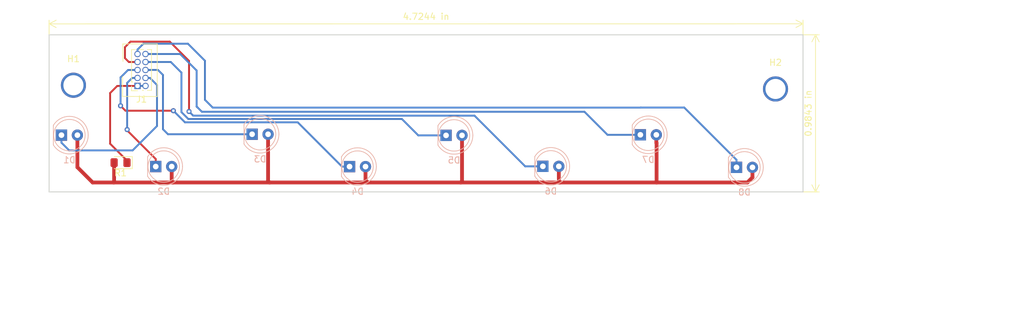
<source format=kicad_pcb>
(kicad_pcb (version 20171130) (host pcbnew "(5.1.2)-2")

  (general
    (thickness 1.6)
    (drawings 33)
    (tracks 111)
    (zones 0)
    (modules 12)
    (nets 11)
  )

  (page A4)
  (layers
    (0 F.Cu signal)
    (31 B.Cu signal)
    (32 B.Adhes user)
    (33 F.Adhes user)
    (34 B.Paste user)
    (35 F.Paste user)
    (36 B.SilkS user)
    (37 F.SilkS user)
    (38 B.Mask user)
    (39 F.Mask user)
    (40 Dwgs.User user)
    (41 Cmts.User user)
    (42 Eco1.User user)
    (43 Eco2.User user)
    (44 Edge.Cuts user)
    (45 Margin user)
    (46 B.CrtYd user)
    (47 F.CrtYd user)
    (48 B.Fab user hide)
    (49 F.Fab user hide)
  )

  (setup
    (last_trace_width 0.25)
    (user_trace_width 0.3)
    (user_trace_width 0.4)
    (user_trace_width 0.6)
    (trace_clearance 0.2)
    (zone_clearance 0.508)
    (zone_45_only no)
    (trace_min 0.2)
    (via_size 0.8)
    (via_drill 0.4)
    (via_min_size 0.4)
    (via_min_drill 0.3)
    (uvia_size 0.3)
    (uvia_drill 0.1)
    (uvias_allowed no)
    (uvia_min_size 0.2)
    (uvia_min_drill 0.1)
    (edge_width 0.05)
    (segment_width 0.2)
    (pcb_text_width 0.3)
    (pcb_text_size 1.5 1.5)
    (mod_edge_width 0.12)
    (mod_text_size 1 1)
    (mod_text_width 0.15)
    (pad_size 4 4)
    (pad_drill 3.2)
    (pad_to_mask_clearance 0.051)
    (solder_mask_min_width 0.25)
    (aux_axis_origin 0 0)
    (visible_elements 7FFFFFFF)
    (pcbplotparams
      (layerselection 0x010fc_ffffffff)
      (usegerberextensions false)
      (usegerberattributes false)
      (usegerberadvancedattributes false)
      (creategerberjobfile false)
      (excludeedgelayer true)
      (linewidth 0.100000)
      (plotframeref false)
      (viasonmask true)
      (mode 1)
      (useauxorigin false)
      (hpglpennumber 1)
      (hpglpenspeed 20)
      (hpglpendiameter 15.000000)
      (psnegative false)
      (psa4output false)
      (plotreference true)
      (plotvalue true)
      (plotinvisibletext false)
      (padsonsilk false)
      (subtractmaskfromsilk false)
      (outputformat 1)
      (mirror false)
      (drillshape 0)
      (scaleselection 1)
      (outputdirectory "Gerber_VendsensorRxCigMachine/"))
  )

  (net 0 "")
  (net 1 "Net-(D1-Pad2)")
  (net 2 IRLED8)
  (net 3 IRLED7)
  (net 4 IRLED6)
  (net 5 IRLED5)
  (net 6 IRLED4)
  (net 7 IRLED3)
  (net 8 IRLED2)
  (net 9 IRLED1)
  (net 10 "Net-(J1-Pad1)")

  (net_class Default "This is the default net class."
    (clearance 0.2)
    (trace_width 0.25)
    (via_dia 0.8)
    (via_drill 0.4)
    (uvia_dia 0.3)
    (uvia_drill 0.1)
    (add_net IRLED1)
    (add_net IRLED2)
    (add_net IRLED3)
    (add_net IRLED4)
    (add_net IRLED5)
    (add_net IRLED6)
    (add_net IRLED7)
    (add_net IRLED8)
    (add_net "Net-(D1-Pad2)")
    (add_net "Net-(J1-Pad1)")
  )

  (module LED_THT:LED_D5.0mm_IRBlack (layer B.Cu) (tedit 5A6C9BB8) (tstamp 6001CB37)
    (at 144.11 50.92)
    (descr "LED, diameter 5.0mm, 2 pins, http://cdn-reichelt.de/documents/datenblatt/A500/LL-504BC2E-009.pdf")
    (tags "LED diameter 5.0mm 2 pins")
    (path /60028B43)
    (fp_text reference D7 (at 1.27 3.96) (layer B.SilkS)
      (effects (font (size 1 1) (thickness 0.15)) (justify mirror))
    )
    (fp_text value IR204A (at 1.27 -3.96) (layer B.Fab)
      (effects (font (size 1 1) (thickness 0.15)) (justify mirror))
    )
    (fp_arc (start 1.27 0) (end -1.29 -1.54483) (angle 148.9) (layer B.SilkS) (width 0.12))
    (fp_arc (start 1.27 0) (end -1.29 1.54483) (angle -148.9) (layer B.SilkS) (width 0.12))
    (fp_arc (start 1.27 0) (end -1.23 1.469694) (angle -299.1) (layer B.Fab) (width 0.1))
    (fp_circle (center 1.27 0) (end 3.77 0) (layer B.SilkS) (width 0.12))
    (fp_circle (center 1.27 0) (end 3.77 0) (layer B.Fab) (width 0.1))
    (fp_line (start 4.5 3.25) (end -1.95 3.25) (layer B.CrtYd) (width 0.05))
    (fp_line (start 4.5 -3.25) (end 4.5 3.25) (layer B.CrtYd) (width 0.05))
    (fp_line (start -1.95 -3.25) (end 4.5 -3.25) (layer B.CrtYd) (width 0.05))
    (fp_line (start -1.95 3.25) (end -1.95 -3.25) (layer B.CrtYd) (width 0.05))
    (fp_line (start -1.29 1.545) (end -1.29 -1.545) (layer B.SilkS) (width 0.12))
    (fp_line (start -1.23 1.469694) (end -1.23 -1.469694) (layer B.Fab) (width 0.1))
    (fp_text user %R (at 1.25 0) (layer B.Fab)
      (effects (font (size 0.8 0.8) (thickness 0.2)) (justify mirror))
    )
    (pad 2 thru_hole circle (at 2.54 0) (size 1.8 1.8) (drill 0.9) (layers *.Cu *.Mask)
      (net 1 "Net-(D1-Pad2)"))
    (pad 1 thru_hole rect (at 0 0) (size 1.8 1.8) (drill 0.9) (layers *.Cu *.Mask)
      (net 3 IRLED7))
    (model ${KISYS3DMOD}/LED_THT.3dshapes/LED_D5.0mm_IRBlack.wrl
      (at (xyz 0 0 0))
      (scale (xyz 1 1 1))
      (rotate (xyz 0 0 0))
    )
  )

  (module Connector_PinSocket_1.27mm:PinSocket_2x05_P1.27mm_Vertical (layer F.Cu) (tedit 5A19A420) (tstamp 6001ED18)
    (at 64.07 43.14 180)
    (descr "Through hole straight socket strip, 2x05, 1.27mm pitch, double cols (from Kicad 4.0.7), script generated")
    (tags "Through hole socket strip THT 2x05 1.27mm double row")
    (path /60020013)
    (fp_text reference J1 (at -0.635 -2.135) (layer F.SilkS)
      (effects (font (size 1 1) (thickness 0.15)))
    )
    (fp_text value Conn_02x05_Odd_Even (at -0.635 7.215) (layer F.Fab)
      (effects (font (size 1 1) (thickness 0.15)))
    )
    (fp_text user %R (at -0.635 2.54 90) (layer F.Fab)
      (effects (font (size 1 1) (thickness 0.15)))
    )
    (fp_line (start -2.67 6.2) (end -2.67 -1.15) (layer F.CrtYd) (width 0.05))
    (fp_line (start 1.38 6.2) (end -2.67 6.2) (layer F.CrtYd) (width 0.05))
    (fp_line (start 1.38 -1.15) (end 1.38 6.2) (layer F.CrtYd) (width 0.05))
    (fp_line (start -2.67 -1.15) (end 1.38 -1.15) (layer F.CrtYd) (width 0.05))
    (fp_line (start 0 -0.76) (end 0.95 -0.76) (layer F.SilkS) (width 0.12))
    (fp_line (start 0.95 -0.76) (end 0.95 0) (layer F.SilkS) (width 0.12))
    (fp_line (start 0.76 0.635) (end 0.95 0.635) (layer F.SilkS) (width 0.12))
    (fp_line (start 0.95 0.635) (end 0.95 5.775) (layer F.SilkS) (width 0.12))
    (fp_line (start -0.96247 5.775) (end -0.30753 5.775) (layer F.SilkS) (width 0.12))
    (fp_line (start -2.22 5.775) (end -1.57753 5.775) (layer F.SilkS) (width 0.12))
    (fp_line (start 0.30753 5.775) (end 0.95 5.775) (layer F.SilkS) (width 0.12))
    (fp_line (start -2.22 -0.695) (end -2.22 5.775) (layer F.SilkS) (width 0.12))
    (fp_line (start -0.96247 -0.695) (end -0.76 -0.695) (layer F.SilkS) (width 0.12))
    (fp_line (start -2.22 -0.695) (end -1.57753 -0.695) (layer F.SilkS) (width 0.12))
    (fp_line (start -2.16 5.715) (end -2.16 -0.635) (layer F.Fab) (width 0.1))
    (fp_line (start 0.89 5.715) (end -2.16 5.715) (layer F.Fab) (width 0.1))
    (fp_line (start 0.89 0.1275) (end 0.89 5.715) (layer F.Fab) (width 0.1))
    (fp_line (start 0.1275 -0.635) (end 0.89 0.1275) (layer F.Fab) (width 0.1))
    (fp_line (start -2.16 -0.635) (end 0.1275 -0.635) (layer F.Fab) (width 0.1))
    (pad 10 thru_hole oval (at -1.27 5.08 180) (size 1 1) (drill 0.7) (layers *.Cu *.Mask)
      (net 3 IRLED7))
    (pad 9 thru_hole oval (at 0 5.08 180) (size 1 1) (drill 0.7) (layers *.Cu *.Mask)
      (net 2 IRLED8))
    (pad 8 thru_hole oval (at -1.27 3.81 180) (size 1 1) (drill 0.7) (layers *.Cu *.Mask)
      (net 5 IRLED5))
    (pad 7 thru_hole oval (at 0 3.81 180) (size 1 1) (drill 0.7) (layers *.Cu *.Mask)
      (net 4 IRLED6))
    (pad 6 thru_hole oval (at -1.27 2.54 180) (size 1 1) (drill 0.7) (layers *.Cu *.Mask)
      (net 7 IRLED3))
    (pad 5 thru_hole oval (at 0 2.54 180) (size 1 1) (drill 0.7) (layers *.Cu *.Mask)
      (net 6 IRLED4))
    (pad 4 thru_hole oval (at -1.27 1.27 180) (size 1 1) (drill 0.7) (layers *.Cu *.Mask)
      (net 9 IRLED1))
    (pad 3 thru_hole oval (at 0 1.27 180) (size 1 1) (drill 0.7) (layers *.Cu *.Mask)
      (net 8 IRLED2))
    (pad 2 thru_hole oval (at -1.27 0 180) (size 1 1) (drill 0.7) (layers *.Cu *.Mask)
      (net 10 "Net-(J1-Pad1)"))
    (pad 1 thru_hole rect (at 0 0 180) (size 1 1) (drill 0.7) (layers *.Cu *.Mask)
      (net 10 "Net-(J1-Pad1)"))
    (model ${KISYS3DMOD}/Connector_PinSocket_1.27mm.3dshapes/PinSocket_2x05_P1.27mm_Vertical.wrl
      (at (xyz 0 0 0))
      (scale (xyz 1 1 1))
      (rotate (xyz 0 0 0))
    )
  )

  (module LED_SMD:LED_0805_2012Metric_Pad1.15x1.40mm_HandSolder (layer F.Cu) (tedit 5B4B45C9) (tstamp 6001D0F0)
    (at 61.37 55.35 180)
    (descr "LED SMD 0805 (2012 Metric), square (rectangular) end terminal, IPC_7351 nominal, (Body size source: https://docs.google.com/spreadsheets/d/1BsfQQcO9C6DZCsRaXUlFlo91Tg2WpOkGARC1WS5S8t0/edit?usp=sharing), generated with kicad-footprint-generator")
    (tags "LED handsolder")
    (path /6002C58D)
    (attr smd)
    (fp_text reference R1 (at 0 -1.65 180) (layer F.SilkS)
      (effects (font (size 1 1) (thickness 0.15)))
    )
    (fp_text value R_US (at 0 1.65 180) (layer F.Fab)
      (effects (font (size 1 1) (thickness 0.15)))
    )
    (fp_text user %R (at 0 0 180) (layer F.Fab)
      (effects (font (size 0.5 0.5) (thickness 0.08)))
    )
    (fp_line (start 1.85 0.95) (end -1.85 0.95) (layer F.CrtYd) (width 0.05))
    (fp_line (start 1.85 -0.95) (end 1.85 0.95) (layer F.CrtYd) (width 0.05))
    (fp_line (start -1.85 -0.95) (end 1.85 -0.95) (layer F.CrtYd) (width 0.05))
    (fp_line (start -1.85 0.95) (end -1.85 -0.95) (layer F.CrtYd) (width 0.05))
    (fp_line (start -1.86 0.96) (end 1 0.96) (layer F.SilkS) (width 0.12))
    (fp_line (start -1.86 -0.96) (end -1.86 0.96) (layer F.SilkS) (width 0.12))
    (fp_line (start 1 -0.96) (end -1.86 -0.96) (layer F.SilkS) (width 0.12))
    (fp_line (start 1 0.6) (end 1 -0.6) (layer F.Fab) (width 0.1))
    (fp_line (start -1 0.6) (end 1 0.6) (layer F.Fab) (width 0.1))
    (fp_line (start -1 -0.3) (end -1 0.6) (layer F.Fab) (width 0.1))
    (fp_line (start -0.7 -0.6) (end -1 -0.3) (layer F.Fab) (width 0.1))
    (fp_line (start 1 -0.6) (end -0.7 -0.6) (layer F.Fab) (width 0.1))
    (pad 2 smd roundrect (at 1.025 0 180) (size 1.15 1.4) (layers F.Cu F.Paste F.Mask) (roundrect_rratio 0.217391)
      (net 1 "Net-(D1-Pad2)"))
    (pad 1 smd roundrect (at -1.025 0 180) (size 1.15 1.4) (layers F.Cu F.Paste F.Mask) (roundrect_rratio 0.217391)
      (net 10 "Net-(J1-Pad1)"))
    (model ${KISYS3DMOD}/LED_SMD.3dshapes/LED_0805_2012Metric.wrl
      (at (xyz 0 0 0))
      (scale (xyz 1 1 1))
      (rotate (xyz 0 0 0))
    )
  )

  (module LED_THT:LED_D5.0mm_IRBlack (layer B.Cu) (tedit 5A6C9BB8) (tstamp 6001CB49)
    (at 159.41 56.1)
    (descr "LED, diameter 5.0mm, 2 pins, http://cdn-reichelt.de/documents/datenblatt/A500/LL-504BC2E-009.pdf")
    (tags "LED diameter 5.0mm 2 pins")
    (path /60028B4D)
    (fp_text reference D8 (at 1.27 3.96) (layer B.SilkS)
      (effects (font (size 1 1) (thickness 0.15)) (justify mirror))
    )
    (fp_text value IR204A (at 1.27 -3.96) (layer B.Fab)
      (effects (font (size 1 1) (thickness 0.15)) (justify mirror))
    )
    (fp_arc (start 1.27 0) (end -1.29 -1.54483) (angle 148.9) (layer B.SilkS) (width 0.12))
    (fp_arc (start 1.27 0) (end -1.29 1.54483) (angle -148.9) (layer B.SilkS) (width 0.12))
    (fp_arc (start 1.27 0) (end -1.23 1.469694) (angle -299.1) (layer B.Fab) (width 0.1))
    (fp_circle (center 1.27 0) (end 3.77 0) (layer B.SilkS) (width 0.12))
    (fp_circle (center 1.27 0) (end 3.77 0) (layer B.Fab) (width 0.1))
    (fp_line (start 4.5 3.25) (end -1.95 3.25) (layer B.CrtYd) (width 0.05))
    (fp_line (start 4.5 -3.25) (end 4.5 3.25) (layer B.CrtYd) (width 0.05))
    (fp_line (start -1.95 -3.25) (end 4.5 -3.25) (layer B.CrtYd) (width 0.05))
    (fp_line (start -1.95 3.25) (end -1.95 -3.25) (layer B.CrtYd) (width 0.05))
    (fp_line (start -1.29 1.545) (end -1.29 -1.545) (layer B.SilkS) (width 0.12))
    (fp_line (start -1.23 1.469694) (end -1.23 -1.469694) (layer B.Fab) (width 0.1))
    (fp_text user %R (at 1.25 0) (layer B.Fab)
      (effects (font (size 0.8 0.8) (thickness 0.2)) (justify mirror))
    )
    (pad 2 thru_hole circle (at 2.54 0) (size 1.8 1.8) (drill 0.9) (layers *.Cu *.Mask)
      (net 1 "Net-(D1-Pad2)"))
    (pad 1 thru_hole rect (at 0 0) (size 1.8 1.8) (drill 0.9) (layers *.Cu *.Mask)
      (net 2 IRLED8))
    (model ${KISYS3DMOD}/LED_THT.3dshapes/LED_D5.0mm_IRBlack.wrl
      (at (xyz 0 0 0))
      (scale (xyz 1 1 1))
      (rotate (xyz 0 0 0))
    )
  )

  (module LED_THT:LED_D5.0mm_IRBlack (layer B.Cu) (tedit 5A6C9BB8) (tstamp 6001CB25)
    (at 128.59 55.94)
    (descr "LED, diameter 5.0mm, 2 pins, http://cdn-reichelt.de/documents/datenblatt/A500/LL-504BC2E-009.pdf")
    (tags "LED diameter 5.0mm 2 pins")
    (path /60028B39)
    (fp_text reference D6 (at 1.27 3.96) (layer B.SilkS)
      (effects (font (size 1 1) (thickness 0.15)) (justify mirror))
    )
    (fp_text value IR204A (at 1.27 -3.96) (layer B.Fab)
      (effects (font (size 1 1) (thickness 0.15)) (justify mirror))
    )
    (fp_arc (start 1.27 0) (end -1.29 -1.54483) (angle 148.9) (layer B.SilkS) (width 0.12))
    (fp_arc (start 1.27 0) (end -1.29 1.54483) (angle -148.9) (layer B.SilkS) (width 0.12))
    (fp_arc (start 1.27 0) (end -1.23 1.469694) (angle -299.1) (layer B.Fab) (width 0.1))
    (fp_circle (center 1.27 0) (end 3.77 0) (layer B.SilkS) (width 0.12))
    (fp_circle (center 1.27 0) (end 3.77 0) (layer B.Fab) (width 0.1))
    (fp_line (start 4.5 3.25) (end -1.95 3.25) (layer B.CrtYd) (width 0.05))
    (fp_line (start 4.5 -3.25) (end 4.5 3.25) (layer B.CrtYd) (width 0.05))
    (fp_line (start -1.95 -3.25) (end 4.5 -3.25) (layer B.CrtYd) (width 0.05))
    (fp_line (start -1.95 3.25) (end -1.95 -3.25) (layer B.CrtYd) (width 0.05))
    (fp_line (start -1.29 1.545) (end -1.29 -1.545) (layer B.SilkS) (width 0.12))
    (fp_line (start -1.23 1.469694) (end -1.23 -1.469694) (layer B.Fab) (width 0.1))
    (fp_text user %R (at 1.25 0) (layer B.Fab)
      (effects (font (size 0.8 0.8) (thickness 0.2)) (justify mirror))
    )
    (pad 2 thru_hole circle (at 2.54 0) (size 1.8 1.8) (drill 0.9) (layers *.Cu *.Mask)
      (net 1 "Net-(D1-Pad2)"))
    (pad 1 thru_hole rect (at 0 0) (size 1.8 1.8) (drill 0.9) (layers *.Cu *.Mask)
      (net 4 IRLED6))
    (model ${KISYS3DMOD}/LED_THT.3dshapes/LED_D5.0mm_IRBlack.wrl
      (at (xyz 0 0 0))
      (scale (xyz 1 1 1))
      (rotate (xyz 0 0 0))
    )
  )

  (module LED_THT:LED_D5.0mm_IRBlack (layer B.Cu) (tedit 5A6C9BB8) (tstamp 6001CB13)
    (at 113.18 51.01)
    (descr "LED, diameter 5.0mm, 2 pins, http://cdn-reichelt.de/documents/datenblatt/A500/LL-504BC2E-009.pdf")
    (tags "LED diameter 5.0mm 2 pins")
    (path /60028B2F)
    (fp_text reference D5 (at 1.27 3.96) (layer B.SilkS)
      (effects (font (size 1 1) (thickness 0.15)) (justify mirror))
    )
    (fp_text value IR204A (at 1.27 -3.96) (layer B.Fab)
      (effects (font (size 1 1) (thickness 0.15)) (justify mirror))
    )
    (fp_arc (start 1.27 0) (end -1.29 -1.54483) (angle 148.9) (layer B.SilkS) (width 0.12))
    (fp_arc (start 1.27 0) (end -1.29 1.54483) (angle -148.9) (layer B.SilkS) (width 0.12))
    (fp_arc (start 1.27 0) (end -1.23 1.469694) (angle -299.1) (layer B.Fab) (width 0.1))
    (fp_circle (center 1.27 0) (end 3.77 0) (layer B.SilkS) (width 0.12))
    (fp_circle (center 1.27 0) (end 3.77 0) (layer B.Fab) (width 0.1))
    (fp_line (start 4.5 3.25) (end -1.95 3.25) (layer B.CrtYd) (width 0.05))
    (fp_line (start 4.5 -3.25) (end 4.5 3.25) (layer B.CrtYd) (width 0.05))
    (fp_line (start -1.95 -3.25) (end 4.5 -3.25) (layer B.CrtYd) (width 0.05))
    (fp_line (start -1.95 3.25) (end -1.95 -3.25) (layer B.CrtYd) (width 0.05))
    (fp_line (start -1.29 1.545) (end -1.29 -1.545) (layer B.SilkS) (width 0.12))
    (fp_line (start -1.23 1.469694) (end -1.23 -1.469694) (layer B.Fab) (width 0.1))
    (fp_text user %R (at 1.25 0) (layer B.Fab)
      (effects (font (size 0.8 0.8) (thickness 0.2)) (justify mirror))
    )
    (pad 2 thru_hole circle (at 2.54 0) (size 1.8 1.8) (drill 0.9) (layers *.Cu *.Mask)
      (net 1 "Net-(D1-Pad2)"))
    (pad 1 thru_hole rect (at 0 0) (size 1.8 1.8) (drill 0.9) (layers *.Cu *.Mask)
      (net 5 IRLED5))
    (model ${KISYS3DMOD}/LED_THT.3dshapes/LED_D5.0mm_IRBlack.wrl
      (at (xyz 0 0 0))
      (scale (xyz 1 1 1))
      (rotate (xyz 0 0 0))
    )
  )

  (module LED_THT:LED_D5.0mm_IRBlack (layer B.Cu) (tedit 5A6C9BB8) (tstamp 6001CB01)
    (at 97.82 55.98)
    (descr "LED, diameter 5.0mm, 2 pins, http://cdn-reichelt.de/documents/datenblatt/A500/LL-504BC2E-009.pdf")
    (tags "LED diameter 5.0mm 2 pins")
    (path /600276FD)
    (fp_text reference D4 (at 1.27 3.96) (layer B.SilkS)
      (effects (font (size 1 1) (thickness 0.15)) (justify mirror))
    )
    (fp_text value IR204A (at 1.27 -3.96) (layer B.Fab)
      (effects (font (size 1 1) (thickness 0.15)) (justify mirror))
    )
    (fp_arc (start 1.27 0) (end -1.29 -1.54483) (angle 148.9) (layer B.SilkS) (width 0.12))
    (fp_arc (start 1.27 0) (end -1.29 1.54483) (angle -148.9) (layer B.SilkS) (width 0.12))
    (fp_arc (start 1.27 0) (end -1.23 1.469694) (angle -299.1) (layer B.Fab) (width 0.1))
    (fp_circle (center 1.27 0) (end 3.77 0) (layer B.SilkS) (width 0.12))
    (fp_circle (center 1.27 0) (end 3.77 0) (layer B.Fab) (width 0.1))
    (fp_line (start 4.5 3.25) (end -1.95 3.25) (layer B.CrtYd) (width 0.05))
    (fp_line (start 4.5 -3.25) (end 4.5 3.25) (layer B.CrtYd) (width 0.05))
    (fp_line (start -1.95 -3.25) (end 4.5 -3.25) (layer B.CrtYd) (width 0.05))
    (fp_line (start -1.95 3.25) (end -1.95 -3.25) (layer B.CrtYd) (width 0.05))
    (fp_line (start -1.29 1.545) (end -1.29 -1.545) (layer B.SilkS) (width 0.12))
    (fp_line (start -1.23 1.469694) (end -1.23 -1.469694) (layer B.Fab) (width 0.1))
    (fp_text user %R (at 1.25 0) (layer B.Fab)
      (effects (font (size 0.8 0.8) (thickness 0.2)) (justify mirror))
    )
    (pad 2 thru_hole circle (at 2.54 0) (size 1.8 1.8) (drill 0.9) (layers *.Cu *.Mask)
      (net 1 "Net-(D1-Pad2)"))
    (pad 1 thru_hole rect (at 0 0) (size 1.8 1.8) (drill 0.9) (layers *.Cu *.Mask)
      (net 6 IRLED4))
    (model ${KISYS3DMOD}/LED_THT.3dshapes/LED_D5.0mm_IRBlack.wrl
      (at (xyz 0 0 0))
      (scale (xyz 1 1 1))
      (rotate (xyz 0 0 0))
    )
  )

  (module LED_THT:LED_D5.0mm_IRBlack (layer B.Cu) (tedit 5A6C9BB8) (tstamp 6001CAEF)
    (at 82.31 50.83)
    (descr "LED, diameter 5.0mm, 2 pins, http://cdn-reichelt.de/documents/datenblatt/A500/LL-504BC2E-009.pdf")
    (tags "LED diameter 5.0mm 2 pins")
    (path /600276F3)
    (fp_text reference D3 (at 1.27 3.96) (layer B.SilkS)
      (effects (font (size 1 1) (thickness 0.15)) (justify mirror))
    )
    (fp_text value IR204A (at 1.27 -3.96) (layer B.Fab)
      (effects (font (size 1 1) (thickness 0.15)) (justify mirror))
    )
    (fp_arc (start 1.27 0) (end -1.29 -1.54483) (angle 148.9) (layer B.SilkS) (width 0.12))
    (fp_arc (start 1.27 0) (end -1.29 1.54483) (angle -148.9) (layer B.SilkS) (width 0.12))
    (fp_arc (start 1.27 0) (end -1.23 1.469694) (angle -299.1) (layer B.Fab) (width 0.1))
    (fp_circle (center 1.27 0) (end 3.77 0) (layer B.SilkS) (width 0.12))
    (fp_circle (center 1.27 0) (end 3.77 0) (layer B.Fab) (width 0.1))
    (fp_line (start 4.5 3.25) (end -1.95 3.25) (layer B.CrtYd) (width 0.05))
    (fp_line (start 4.5 -3.25) (end 4.5 3.25) (layer B.CrtYd) (width 0.05))
    (fp_line (start -1.95 -3.25) (end 4.5 -3.25) (layer B.CrtYd) (width 0.05))
    (fp_line (start -1.95 3.25) (end -1.95 -3.25) (layer B.CrtYd) (width 0.05))
    (fp_line (start -1.29 1.545) (end -1.29 -1.545) (layer B.SilkS) (width 0.12))
    (fp_line (start -1.23 1.469694) (end -1.23 -1.469694) (layer B.Fab) (width 0.1))
    (fp_text user %R (at 1.25 0) (layer B.Fab)
      (effects (font (size 0.8 0.8) (thickness 0.2)) (justify mirror))
    )
    (pad 2 thru_hole circle (at 2.54 0) (size 1.8 1.8) (drill 0.9) (layers *.Cu *.Mask)
      (net 1 "Net-(D1-Pad2)"))
    (pad 1 thru_hole rect (at 0 0) (size 1.8 1.8) (drill 0.9) (layers *.Cu *.Mask)
      (net 7 IRLED3))
    (model ${KISYS3DMOD}/LED_THT.3dshapes/LED_D5.0mm_IRBlack.wrl
      (at (xyz 0 0 0))
      (scale (xyz 1 1 1))
      (rotate (xyz 0 0 0))
    )
  )

  (module LED_THT:LED_D5.0mm_IRBlack (layer B.Cu) (tedit 5A6C9BB8) (tstamp 6001CADD)
    (at 66.97 55.97)
    (descr "LED, diameter 5.0mm, 2 pins, http://cdn-reichelt.de/documents/datenblatt/A500/LL-504BC2E-009.pdf")
    (tags "LED diameter 5.0mm 2 pins")
    (path /600265B9)
    (fp_text reference D2 (at 1.27 3.96) (layer B.SilkS)
      (effects (font (size 1 1) (thickness 0.15)) (justify mirror))
    )
    (fp_text value IR204A (at 1.27 -3.96) (layer B.Fab)
      (effects (font (size 1 1) (thickness 0.15)) (justify mirror))
    )
    (fp_arc (start 1.27 0) (end -1.29 -1.54483) (angle 148.9) (layer B.SilkS) (width 0.12))
    (fp_arc (start 1.27 0) (end -1.29 1.54483) (angle -148.9) (layer B.SilkS) (width 0.12))
    (fp_arc (start 1.27 0) (end -1.23 1.469694) (angle -299.1) (layer B.Fab) (width 0.1))
    (fp_circle (center 1.27 0) (end 3.77 0) (layer B.SilkS) (width 0.12))
    (fp_circle (center 1.27 0) (end 3.77 0) (layer B.Fab) (width 0.1))
    (fp_line (start 4.5 3.25) (end -1.95 3.25) (layer B.CrtYd) (width 0.05))
    (fp_line (start 4.5 -3.25) (end 4.5 3.25) (layer B.CrtYd) (width 0.05))
    (fp_line (start -1.95 -3.25) (end 4.5 -3.25) (layer B.CrtYd) (width 0.05))
    (fp_line (start -1.95 3.25) (end -1.95 -3.25) (layer B.CrtYd) (width 0.05))
    (fp_line (start -1.29 1.545) (end -1.29 -1.545) (layer B.SilkS) (width 0.12))
    (fp_line (start -1.23 1.469694) (end -1.23 -1.469694) (layer B.Fab) (width 0.1))
    (fp_text user %R (at 1.25 0) (layer B.Fab)
      (effects (font (size 0.8 0.8) (thickness 0.2)) (justify mirror))
    )
    (pad 2 thru_hole circle (at 2.54 0) (size 1.8 1.8) (drill 0.9) (layers *.Cu *.Mask)
      (net 1 "Net-(D1-Pad2)"))
    (pad 1 thru_hole rect (at 0 0) (size 1.8 1.8) (drill 0.9) (layers *.Cu *.Mask)
      (net 8 IRLED2))
    (model ${KISYS3DMOD}/LED_THT.3dshapes/LED_D5.0mm_IRBlack.wrl
      (at (xyz 0 0 0))
      (scale (xyz 1 1 1))
      (rotate (xyz 0 0 0))
    )
  )

  (module LED_THT:LED_D5.0mm_IRBlack (layer B.Cu) (tedit 5A6C9BB8) (tstamp 6001CACB)
    (at 51.96 50.97)
    (descr "LED, diameter 5.0mm, 2 pins, http://cdn-reichelt.de/documents/datenblatt/A500/LL-504BC2E-009.pdf")
    (tags "LED diameter 5.0mm 2 pins")
    (path /600263D9)
    (fp_text reference D1 (at 1.27 3.96) (layer B.SilkS)
      (effects (font (size 1 1) (thickness 0.15)) (justify mirror))
    )
    (fp_text value IR204A (at 1.27 -3.96) (layer B.Fab)
      (effects (font (size 1 1) (thickness 0.15)) (justify mirror))
    )
    (fp_arc (start 1.27 0) (end -1.29 -1.54483) (angle 148.9) (layer B.SilkS) (width 0.12))
    (fp_arc (start 1.27 0) (end -1.29 1.54483) (angle -148.9) (layer B.SilkS) (width 0.12))
    (fp_arc (start 1.27 0) (end -1.23 1.469694) (angle -299.1) (layer B.Fab) (width 0.1))
    (fp_circle (center 1.27 0) (end 3.77 0) (layer B.SilkS) (width 0.12))
    (fp_circle (center 1.27 0) (end 3.77 0) (layer B.Fab) (width 0.1))
    (fp_line (start 4.5 3.25) (end -1.95 3.25) (layer B.CrtYd) (width 0.05))
    (fp_line (start 4.5 -3.25) (end 4.5 3.25) (layer B.CrtYd) (width 0.05))
    (fp_line (start -1.95 -3.25) (end 4.5 -3.25) (layer B.CrtYd) (width 0.05))
    (fp_line (start -1.95 3.25) (end -1.95 -3.25) (layer B.CrtYd) (width 0.05))
    (fp_line (start -1.29 1.545) (end -1.29 -1.545) (layer B.SilkS) (width 0.12))
    (fp_line (start -1.23 1.469694) (end -1.23 -1.469694) (layer B.Fab) (width 0.1))
    (fp_text user %R (at 1.25 0) (layer B.Fab)
      (effects (font (size 0.8 0.8) (thickness 0.2)) (justify mirror))
    )
    (pad 2 thru_hole circle (at 2.54 0) (size 1.8 1.8) (drill 0.9) (layers *.Cu *.Mask)
      (net 1 "Net-(D1-Pad2)"))
    (pad 1 thru_hole rect (at 0 0) (size 1.8 1.8) (drill 0.9) (layers *.Cu *.Mask)
      (net 9 IRLED1))
    (model ${KISYS3DMOD}/LED_THT.3dshapes/LED_D5.0mm_IRBlack.wrl
      (at (xyz 0 0 0))
      (scale (xyz 1 1 1))
      (rotate (xyz 0 0 0))
    )
  )

  (module MountingHole:MountingHole_3.2mm_M3_Pad (layer F.Cu) (tedit 60018A6B) (tstamp 6001C576)
    (at 165.62 43.62)
    (descr "Mounting Hole 3.2mm, M3")
    (tags "mounting hole 3.2mm m3")
    (path /6001FFAD)
    (attr virtual)
    (fp_text reference H2 (at 0 -4.2) (layer F.SilkS)
      (effects (font (size 1 1) (thickness 0.15)))
    )
    (fp_text value MountingHole (at 0 4.2) (layer F.Fab)
      (effects (font (size 1 1) (thickness 0.15)))
    )
    (fp_circle (center 0 0) (end 3.45 0) (layer F.CrtYd) (width 0.05))
    (fp_circle (center 0 0) (end 3.2 0) (layer Cmts.User) (width 0.15))
    (fp_text user %R (at 0.3 0) (layer F.Fab)
      (effects (font (size 1 1) (thickness 0.15)))
    )
    (pad 1 thru_hole circle (at 0 0) (size 4 4) (drill 3.2) (layers *.Cu *.Mask))
  )

  (module MountingHole:MountingHole_3.2mm_M3_Pad (layer F.Cu) (tedit 60017F59) (tstamp 5E2B4CAD)
    (at 53.87 43.03)
    (descr "Mounting Hole 3.2mm, M3")
    (tags "mounting hole 3.2mm m3")
    (path /5FFFA422)
    (attr virtual)
    (fp_text reference H1 (at 0 -4.2) (layer F.SilkS)
      (effects (font (size 1 1) (thickness 0.15)))
    )
    (fp_text value MountingHole (at 0 4.2) (layer F.Fab)
      (effects (font (size 1 1) (thickness 0.15)))
    )
    (fp_circle (center 0 0) (end 3.45 0) (layer F.CrtYd) (width 0.05))
    (fp_circle (center 0 0) (end 3.2 0) (layer Cmts.User) (width 0.15))
    (fp_text user %R (at 0.3 0) (layer F.Fab)
      (effects (font (size 1 1) (thickness 0.15)))
    )
    (pad 1 thru_hole circle (at 0 0) (size 4 4) (drill 3.2) (layers *.Cu *.Mask))
  )

  (dimension 9.35 (width 0.15) (layer Dwgs.User)
    (gr_text "9.350 mm" (at 165.325 63.71) (layer Dwgs.User)
      (effects (font (size 1 1) (thickness 0.15)))
    )
    (feature1 (pts (xy 170 56.18) (xy 170 62.996421)))
    (feature2 (pts (xy 160.65 56.18) (xy 160.65 62.996421)))
    (crossbar (pts (xy 160.65 62.41) (xy 170 62.41)))
    (arrow1a (pts (xy 170 62.41) (xy 168.873496 62.996421)))
    (arrow1b (pts (xy 170 62.41) (xy 168.873496 61.823579)))
    (arrow2a (pts (xy 160.65 62.41) (xy 161.776504 62.996421)))
    (arrow2b (pts (xy 160.65 62.41) (xy 161.776504 61.823579)))
  )
  (dimension 15.100013 (width 0.15) (layer Dwgs.User)
    (gr_text "15.100 mm" (at 75.880834 65.690213 359.9241116) (layer Dwgs.User)
      (effects (font (size 1 1) (thickness 0.15)))
    )
    (feature1 (pts (xy 83.45 51.23) (xy 83.431779 64.986635)))
    (feature2 (pts (xy 68.35 51.21) (xy 68.331779 64.966635)))
    (crossbar (pts (xy 68.332556 64.380214) (xy 83.432556 64.400214)))
    (arrow1a (pts (xy 83.432556 64.400214) (xy 82.305277 64.985142)))
    (arrow1b (pts (xy 83.432556 64.400214) (xy 82.30683 63.812302)))
    (arrow2a (pts (xy 68.332556 64.380214) (xy 69.458282 64.968126)))
    (arrow2b (pts (xy 68.332556 64.380214) (xy 69.459835 63.795286)))
  )
  (dimension 15.1 (width 0.15) (layer Dwgs.User)
    (gr_text "15.100 mm" (at 60.8 65.73) (layer Dwgs.User)
      (effects (font (size 1 1) (thickness 0.15)))
    )
    (feature1 (pts (xy 68.35 51.21) (xy 68.35 65.016421)))
    (feature2 (pts (xy 53.25 51.21) (xy 53.25 65.016421)))
    (crossbar (pts (xy 53.25 64.43) (xy 68.35 64.43)))
    (arrow1a (pts (xy 68.35 64.43) (xy 67.223496 65.016421)))
    (arrow1b (pts (xy 68.35 64.43) (xy 67.223496 63.843579)))
    (arrow2a (pts (xy 53.25 64.43) (xy 54.376504 65.016421)))
    (arrow2b (pts (xy 53.25 64.43) (xy 54.376504 63.843579)))
  )
  (dimension 3.26 (width 0.15) (layer Dwgs.User)
    (gr_text "3.260 mm" (at 51.62 65.77) (layer Dwgs.User)
      (effects (font (size 1 1) (thickness 0.15)))
    )
    (feature1 (pts (xy 53.25 51.21) (xy 53.25 65.056421)))
    (feature2 (pts (xy 49.99 51.21) (xy 49.99 65.056421)))
    (crossbar (pts (xy 49.99 64.47) (xy 53.25 64.47)))
    (arrow1a (pts (xy 53.25 64.47) (xy 52.123496 65.056421)))
    (arrow1b (pts (xy 53.25 64.47) (xy 52.123496 63.883579)))
    (arrow2a (pts (xy 49.99 64.47) (xy 51.116504 65.056421)))
    (arrow2b (pts (xy 49.99 64.47) (xy 51.116504 63.883579)))
  )
  (dimension 8.7 (width 0.15) (layer Dwgs.User)
    (gr_text "8.700 mm" (at 177.63 39.35 270) (layer Dwgs.User)
      (effects (font (size 1 1) (thickness 0.15)))
    )
    (feature1 (pts (xy 165.57 43.7) (xy 176.916421 43.7)))
    (feature2 (pts (xy 165.57 35) (xy 176.916421 35)))
    (crossbar (pts (xy 176.33 35) (xy 176.33 43.7)))
    (arrow1a (pts (xy 176.33 43.7) (xy 175.743579 42.573496)))
    (arrow1b (pts (xy 176.33 43.7) (xy 176.916421 42.573496)))
    (arrow2a (pts (xy 176.33 35) (xy 175.743579 36.126504)))
    (arrow2b (pts (xy 176.33 35) (xy 176.916421 36.126504)))
  )
  (dimension 8.09 (width 0.15) (layer Dwgs.User)
    (gr_text "8.090 mm" (at 46 39.045 270) (layer Dwgs.User)
      (effects (font (size 1 1) (thickness 0.15)))
    )
    (feature1 (pts (xy 54.06 43.09) (xy 46.713579 43.09)))
    (feature2 (pts (xy 54.06 35) (xy 46.713579 35)))
    (crossbar (pts (xy 47.3 35) (xy 47.3 43.09)))
    (arrow1a (pts (xy 47.3 43.09) (xy 46.713579 41.963496)))
    (arrow1b (pts (xy 47.3 43.09) (xy 47.886421 41.963496)))
    (arrow2a (pts (xy 47.3 35) (xy 46.713579 36.126504)))
    (arrow2b (pts (xy 47.3 35) (xy 47.886421 36.126504)))
  )
  (dimension 4.06 (width 0.15) (layer Dwgs.User)
    (gr_text "4.060 mm" (at 52.03 30.38) (layer Dwgs.User)
      (effects (font (size 1 1) (thickness 0.15)))
    )
    (feature1 (pts (xy 54.06 43.09) (xy 54.06 31.093579)))
    (feature2 (pts (xy 50 43.09) (xy 50 31.093579)))
    (crossbar (pts (xy 50 31.68) (xy 54.06 31.68)))
    (arrow1a (pts (xy 54.06 31.68) (xy 52.933496 32.266421)))
    (arrow1b (pts (xy 54.06 31.68) (xy 52.933496 31.093579)))
    (arrow2a (pts (xy 50 31.68) (xy 51.126504 32.266421)))
    (arrow2b (pts (xy 50 31.68) (xy 51.126504 31.093579)))
  )
  (dimension 4.4 (width 0.15) (layer Dwgs.User)
    (gr_text "4.400 mm" (at 167.77 30.16) (layer Dwgs.User)
      (effects (font (size 1 1) (thickness 0.15)))
    )
    (feature1 (pts (xy 169.97 43.58) (xy 169.97 30.873579)))
    (feature2 (pts (xy 165.57 43.58) (xy 165.57 30.873579)))
    (crossbar (pts (xy 165.57 31.46) (xy 169.97 31.46)))
    (arrow1a (pts (xy 169.97 31.46) (xy 168.843496 32.046421)))
    (arrow1b (pts (xy 169.97 31.46) (xy 168.843496 30.873579)))
    (arrow2a (pts (xy 165.57 31.46) (xy 166.696504 32.046421)))
    (arrow2b (pts (xy 165.57 31.46) (xy 166.696504 30.873579)))
  )
  (dimension 3.810052 (width 0.15) (layer Dwgs.User)
    (gr_text "3.810 mm" (at 175.713408 58.164125 89.69923752) (layer Dwgs.User)
      (effects (font (size 1 1) (thickness 0.15)))
    )
    (feature1 (pts (xy 160.63 59.99) (xy 174.989839 60.06538)))
    (feature2 (pts (xy 160.65 56.18) (xy 175.009839 56.25538)))
    (crossbar (pts (xy 174.423426 56.252301) (xy 174.403426 60.062301)))
    (arrow1a (pts (xy 174.403426 60.062301) (xy 173.822927 58.932734)))
    (arrow1b (pts (xy 174.403426 60.062301) (xy 174.995752 58.938891)))
    (arrow2a (pts (xy 174.423426 56.252301) (xy 173.8311 57.375711)))
    (arrow2b (pts (xy 174.423426 56.252301) (xy 175.003925 57.381868)))
  )
  (dimension 9.020006 (width 0.15) (layer Dwgs.User)
    (gr_text "9.020 mm" (at 45.846007 55.481797 89.93647921) (layer Dwgs.User)
      (effects (font (size 1 1) (thickness 0.15)))
    )
    (feature1 (pts (xy 53.24 60) (xy 46.554585 59.992588)))
    (feature2 (pts (xy 53.25 50.98) (xy 46.564585 50.972588)))
    (crossbar (pts (xy 47.151006 50.973238) (xy 47.141006 59.993238)))
    (arrow1a (pts (xy 47.141006 59.993238) (xy 46.555835 58.866085)))
    (arrow1b (pts (xy 47.141006 59.993238) (xy 47.728675 58.867385)))
    (arrow2a (pts (xy 47.151006 50.973238) (xy 46.563337 52.099091)))
    (arrow2b (pts (xy 47.151006 50.973238) (xy 47.736177 52.100391)))
  )
  (gr_line (start 61.68 44.8) (end 61.7 41.66) (layer F.SilkS) (width 0.12))
  (gr_line (start 67.21 44.83) (end 61.68 44.8) (layer F.SilkS) (width 0.12))
  (gr_line (start 67.21 36.45) (end 67.21 44.83) (layer F.SilkS) (width 0.12))
  (gr_line (start 61.73 36.45) (end 67.21 36.45) (layer F.SilkS) (width 0.12))
  (gr_line (start 61.75 39.24) (end 61.73 36.45) (layer F.SilkS) (width 0.12))
  (gr_line (start 50 35) (end 50 60) (layer Edge.Cuts) (width 0.15))
  (gr_circle (center 160.71 55.94) (end 161.8 57.47) (layer Dwgs.User) (width 0.15))
  (gr_circle (center 145.35 50.92) (end 146.32 52.58) (layer Dwgs.User) (width 0.15))
  (gr_circle (center 129.85 55.92) (end 131.2 57.32) (layer Dwgs.User) (width 0.15))
  (gr_circle (center 114.43 50.96) (end 115.72 52.42) (layer Dwgs.User) (width 0.15))
  (gr_circle (center 99.08 55.98) (end 100.12 57.55) (layer Dwgs.User) (width 0.15))
  (gr_circle (center 83.64 50.89) (end 84.52 52.58) (layer Dwgs.User) (width 0.15))
  (gr_circle (center 68.28 55.92) (end 69.19 57.6) (layer Dwgs.User) (width 0.15))
  (gr_circle (center 52.83 50.95) (end 53.75 52.69) (layer Dwgs.User) (width 0.15))
  (gr_line (start 50.03 56.25) (end 170 56.19) (layer Dwgs.User) (width 0.15))
  (gr_line (start 170 51.12) (end 169.94 51.11) (layer Dwgs.User) (width 0.15))
  (gr_line (start 50.11 51.21) (end 170 51.12) (layer Dwgs.User) (width 0.15))
  (dimension 25 (width 0.12) (layer F.SilkS) (tstamp 6001C56B)
    (gr_text "25.000 mm" (at 173.26 47.5 270) (layer F.SilkS) (tstamp 6001C56B)
      (effects (font (size 1 1) (thickness 0.15)))
    )
    (feature1 (pts (xy 170 60) (xy 172.576421 60)))
    (feature2 (pts (xy 170 35) (xy 172.576421 35)))
    (crossbar (pts (xy 171.99 35) (xy 171.99 60)))
    (arrow1a (pts (xy 171.99 60) (xy 171.403579 58.873496)))
    (arrow1b (pts (xy 171.99 60) (xy 172.576421 58.873496)))
    (arrow2a (pts (xy 171.99 35) (xy 171.403579 36.126504)))
    (arrow2b (pts (xy 171.99 35) (xy 172.576421 36.126504)))
  )
  (dimension 120 (width 0.12) (layer F.SilkS)
    (gr_text "120.000 mm" (at 109.999748 31.985001 0.004774648282) (layer F.SilkS)
      (effects (font (size 1 1) (thickness 0.15)))
    )
    (feature1 (pts (xy 170 35) (xy 169.999805 32.66358)))
    (feature2 (pts (xy 50 35.01) (xy 49.999805 32.67358)))
    (crossbar (pts (xy 49.999854 33.260001) (xy 169.999854 33.250001)))
    (arrow1a (pts (xy 169.999854 33.250001) (xy 168.873399 33.836516)))
    (arrow1b (pts (xy 169.999854 33.250001) (xy 168.873301 32.663674)))
    (arrow2a (pts (xy 49.999854 33.260001) (xy 51.126407 33.846328)))
    (arrow2b (pts (xy 49.999854 33.260001) (xy 51.126309 32.673486)))
  )
  (gr_line (start 205.1121 80.66604) (end 205.11718 80.66604) (layer Dwgs.User) (width 0.15))
  (gr_line (start 50 60) (end 170 60) (layer Edge.Cuts) (width 0.15) (tstamp 6001B22D))
  (gr_line (start 170 35) (end 170 60) (layer Edge.Cuts) (width 0.15))
  (gr_line (start 50 35) (end 170 35) (layer Edge.Cuts) (width 0.15) (tstamp 5FB98455))

  (segment (start 54.5 56.08) (end 54.5 50.97) (width 0.6) (layer F.Cu) (net 1))
  (segment (start 161.95 57.7) (end 161.15 58.5) (width 0.6) (layer F.Cu) (net 1))
  (segment (start 161.95 56.1) (end 161.95 57.7) (width 0.6) (layer F.Cu) (net 1))
  (segment (start 161.15 58.5) (end 159.55 58.5) (width 0.6) (layer F.Cu) (net 1))
  (segment (start 159.55 58.5) (end 159.54 58.51) (width 0.6) (layer F.Cu) (net 1))
  (segment (start 56.93 58.51) (end 54.5 56.08) (width 0.6) (layer F.Cu) (net 1))
  (segment (start 146.69 52.232792) (end 146.69 58.51) (width 0.6) (layer F.Cu) (net 1))
  (segment (start 146.65 52.192792) (end 146.69 52.232792) (width 0.6) (layer F.Cu) (net 1))
  (segment (start 146.65 50.92) (end 146.65 52.192792) (width 0.6) (layer F.Cu) (net 1))
  (segment (start 159.54 58.51) (end 146.69 58.51) (width 0.6) (layer F.Cu) (net 1))
  (segment (start 131.13 58.31) (end 131.33 58.51) (width 0.6) (layer F.Cu) (net 1))
  (segment (start 131.13 55.94) (end 131.13 58.31) (width 0.6) (layer F.Cu) (net 1))
  (segment (start 146.69 58.51) (end 131.33 58.51) (width 0.6) (layer F.Cu) (net 1))
  (segment (start 115.72 58.3) (end 115.51 58.51) (width 0.6) (layer F.Cu) (net 1))
  (segment (start 115.72 51.01) (end 115.72 58.3) (width 0.6) (layer F.Cu) (net 1))
  (segment (start 131.33 58.51) (end 115.51 58.51) (width 0.6) (layer F.Cu) (net 1))
  (segment (start 100.36 58.14) (end 100.73 58.51) (width 0.6) (layer F.Cu) (net 1))
  (segment (start 100.36 55.98) (end 100.36 58.14) (width 0.6) (layer F.Cu) (net 1))
  (segment (start 115.51 58.51) (end 100.73 58.51) (width 0.6) (layer F.Cu) (net 1))
  (segment (start 84.85 58.26) (end 85.1 58.51) (width 0.6) (layer F.Cu) (net 1))
  (segment (start 84.85 50.83) (end 84.85 58.26) (width 0.6) (layer F.Cu) (net 1))
  (segment (start 100.73 58.51) (end 85.1 58.51) (width 0.6) (layer F.Cu) (net 1))
  (segment (start 69.51 58.31) (end 69.71 58.51) (width 0.6) (layer F.Cu) (net 1))
  (segment (start 69.51 55.97) (end 69.51 58.31) (width 0.6) (layer F.Cu) (net 1))
  (segment (start 85.1 58.51) (end 69.71 58.51) (width 0.6) (layer F.Cu) (net 1))
  (segment (start 60.345 58.445) (end 60.28 58.51) (width 0.6) (layer F.Cu) (net 1))
  (segment (start 60.345 55.35) (end 60.345 58.445) (width 0.6) (layer F.Cu) (net 1))
  (segment (start 69.71 58.51) (end 60.28 58.51) (width 0.6) (layer F.Cu) (net 1))
  (segment (start 60.28 58.51) (end 56.93 58.51) (width 0.6) (layer F.Cu) (net 1))
  (segment (start 159.41 54.9) (end 159.41 56.1) (width 0.3) (layer B.Cu) (net 2))
  (segment (start 74.8 45.35) (end 76.04 46.59) (width 0.3) (layer B.Cu) (net 2))
  (segment (start 76.04 46.59) (end 144.170002 46.59) (width 0.3) (layer B.Cu) (net 2))
  (segment (start 144.170002 46.59) (end 144.180002 46.58) (width 0.3) (layer B.Cu) (net 2))
  (segment (start 144.180002 46.58) (end 151.09 46.58) (width 0.3) (layer B.Cu) (net 2))
  (segment (start 151.09 46.58) (end 159.41 54.9) (width 0.3) (layer B.Cu) (net 2))
  (segment (start 64.07 37.352894) (end 65.002894 36.42) (width 0.3) (layer B.Cu) (net 2))
  (segment (start 64.07 38.06) (end 64.07 37.352894) (width 0.3) (layer B.Cu) (net 2))
  (segment (start 65.002894 36.42) (end 72.09 36.42) (width 0.3) (layer B.Cu) (net 2))
  (segment (start 74.8 39.13) (end 74.8 45.35) (width 0.3) (layer B.Cu) (net 2))
  (segment (start 72.09 36.42) (end 74.8 39.13) (width 0.3) (layer B.Cu) (net 2))
  (segment (start 74.31 47.25) (end 135.21 47.25) (width 0.3) (layer B.Cu) (net 3))
  (segment (start 138.88 50.92) (end 144.11 50.92) (width 0.3) (layer B.Cu) (net 3))
  (segment (start 135.21 47.25) (end 138.88 50.92) (width 0.3) (layer B.Cu) (net 3))
  (segment (start 65.34 38.06) (end 70.85 38.06) (width 0.3) (layer B.Cu) (net 3))
  (segment (start 70.85 38.06) (end 73.48 40.69) (width 0.3) (layer B.Cu) (net 3))
  (segment (start 73.48 46.42) (end 73.63 46.57) (width 0.3) (layer B.Cu) (net 3))
  (segment (start 73.48 40.69) (end 73.48 46.42) (width 0.3) (layer B.Cu) (net 3))
  (segment (start 73.51 46.45) (end 73.63 46.57) (width 0.3) (layer B.Cu) (net 3))
  (segment (start 73.63 46.57) (end 74.31 47.25) (width 0.3) (layer B.Cu) (net 3))
  (segment (start 72.27 47.21) (end 72.27 47.21) (width 0.3) (layer B.Cu) (net 4))
  (segment (start 72.93 47.87) (end 117.71 47.87) (width 0.3) (layer B.Cu) (net 4))
  (segment (start 125.78 55.94) (end 128.59 55.94) (width 0.3) (layer B.Cu) (net 4))
  (segment (start 117.71 47.87) (end 125.78 55.94) (width 0.3) (layer B.Cu) (net 4))
  (segment (start 72.27 47.21) (end 72.93 47.87) (width 0.3) (layer B.Cu) (net 4) (tstamp 6001EF15))
  (via (at 72.27 47.21) (size 0.8) (drill 0.4) (layers F.Cu B.Cu) (net 4))
  (segment (start 62.69 39.33) (end 64.07 39.33) (width 0.3) (layer F.Cu) (net 4))
  (segment (start 72.27 47.21) (end 72.27 39.16) (width 0.3) (layer F.Cu) (net 4))
  (segment (start 72.27 39.16) (end 69.2 36.09) (width 0.3) (layer F.Cu) (net 4))
  (segment (start 69.2 36.09) (end 62.95 36.09) (width 0.3) (layer F.Cu) (net 4))
  (segment (start 62.95 36.09) (end 62.07 36.97) (width 0.3) (layer F.Cu) (net 4))
  (segment (start 62.07 36.97) (end 62.07 38.71) (width 0.3) (layer F.Cu) (net 4))
  (segment (start 62.07 38.71) (end 62.69 39.33) (width 0.3) (layer F.Cu) (net 4))
  (segment (start 72.15 48.4) (end 106.15 48.4) (width 0.3) (layer B.Cu) (net 5))
  (segment (start 71.06 47.31) (end 72.15 48.4) (width 0.3) (layer B.Cu) (net 5))
  (segment (start 106.15 48.4) (end 108.76 51.01) (width 0.3) (layer B.Cu) (net 5))
  (segment (start 108.76 51.01) (end 113.18 51.01) (width 0.3) (layer B.Cu) (net 5))
  (segment (start 65.34 39.33) (end 69.37 39.33) (width 0.3) (layer B.Cu) (net 5))
  (segment (start 71.06 41.02) (end 71.06 47.31) (width 0.3) (layer B.Cu) (net 5))
  (segment (start 69.37 39.33) (end 71.06 41.02) (width 0.3) (layer B.Cu) (net 5))
  (segment (start 96.62 55.98) (end 97.82 55.98) (width 0.3) (layer B.Cu) (net 6))
  (segment (start 89.57 48.93) (end 96.62 55.98) (width 0.3) (layer B.Cu) (net 6))
  (segment (start 71.62 48.93) (end 89.57 48.93) (width 0.3) (layer B.Cu) (net 6))
  (segment (start 69.72 47.03) (end 69.775 47.085) (width 0.3) (layer B.Cu) (net 6))
  (segment (start 69.775 47.085) (end 71.62 48.93) (width 0.3) (layer B.Cu) (net 6) (tstamp 6001EF17))
  (via (at 69.775 47.085) (size 0.8) (drill 0.4) (layers F.Cu B.Cu) (net 6))
  (segment (start 64.07 40.6) (end 62.56 40.6) (width 0.3) (layer B.Cu) (net 6))
  (segment (start 62.56 40.6) (end 61.37 41.79) (width 0.3) (layer B.Cu) (net 6))
  (segment (start 61.37 41.79) (end 61.37 46.3) (width 0.3) (layer B.Cu) (net 6))
  (segment (start 61.37 46.3) (end 61.37 46.3) (width 0.3) (layer B.Cu) (net 6) (tstamp 6001EF1D))
  (via (at 61.37 46.3) (size 0.8) (drill 0.4) (layers F.Cu B.Cu) (net 6))
  (segment (start 62.155 47.085) (end 61.37 46.3) (width 0.3) (layer F.Cu) (net 6))
  (segment (start 69.775 47.085) (end 62.155 47.085) (width 0.3) (layer F.Cu) (net 6))
  (segment (start 66.047106 40.6) (end 66.057106 40.59) (width 0.3) (layer B.Cu) (net 7))
  (segment (start 65.34 40.6) (end 66.047106 40.6) (width 0.3) (layer B.Cu) (net 7))
  (segment (start 66.057106 40.59) (end 67.32 40.59) (width 0.3) (layer B.Cu) (net 7))
  (segment (start 67.32 40.59) (end 68.12 41.39) (width 0.3) (layer B.Cu) (net 7))
  (segment (start 68.12 50.03) (end 68.92 50.83) (width 0.3) (layer B.Cu) (net 7))
  (segment (start 68.12 41.39) (end 68.12 50.03) (width 0.3) (layer B.Cu) (net 7))
  (segment (start 68.92 50.83) (end 82.31 50.83) (width 0.3) (layer B.Cu) (net 7))
  (segment (start 67.18 55.76) (end 66.97 55.97) (width 0.3) (layer B.Cu) (net 8))
  (segment (start 64.07 41.87) (end 63.21 41.87) (width 0.3) (layer B.Cu) (net 8))
  (segment (start 63.21 41.87) (end 62.42 42.66) (width 0.3) (layer B.Cu) (net 8))
  (segment (start 62.42 42.66) (end 62.42 50.09) (width 0.3) (layer B.Cu) (net 8))
  (segment (start 66.97 54.77) (end 62.47 50.27) (width 0.3) (layer F.Cu) (net 8))
  (segment (start 66.97 55.97) (end 66.97 54.77) (width 0.3) (layer F.Cu) (net 8))
  (segment (start 62.47 50.27) (end 62.47 50.07) (width 0.3) (layer F.Cu) (net 8))
  (via (at 62.42 50.09) (size 0.8) (drill 0.4) (layers F.Cu B.Cu) (net 8))
  (segment (start 66.047106 41.87) (end 67.17 42.992894) (width 0.3) (layer B.Cu) (net 9))
  (segment (start 65.34 41.87) (end 66.047106 41.87) (width 0.3) (layer B.Cu) (net 9))
  (segment (start 51.96 52.17) (end 53.19 53.4) (width 0.3) (layer B.Cu) (net 9))
  (segment (start 51.96 50.97) (end 51.96 52.17) (width 0.3) (layer B.Cu) (net 9))
  (segment (start 53.19 53.4) (end 63.29 53.4) (width 0.3) (layer B.Cu) (net 9))
  (segment (start 67.17 49.52) (end 67.17 46.75) (width 0.3) (layer B.Cu) (net 9))
  (segment (start 63.29 53.4) (end 67.17 49.52) (width 0.3) (layer B.Cu) (net 9))
  (segment (start 67.17 42.992894) (end 67.17 46.75) (width 0.3) (layer B.Cu) (net 9))
  (segment (start 65.34 43.14) (end 64.07 43.14) (width 0.3) (layer B.Cu) (net 10))
  (segment (start 64.07 43.14) (end 63.27 43.14) (width 0.3) (layer F.Cu) (net 10))
  (segment (start 63.27 43.14) (end 60.84 43.14) (width 0.3) (layer F.Cu) (net 10))
  (segment (start 60.84 43.14) (end 59.71 44.27) (width 0.3) (layer F.Cu) (net 10))
  (segment (start 59.71 44.27) (end 59.71 52.34) (width 0.3) (layer F.Cu) (net 10))
  (segment (start 59.71 52.34) (end 62.49 55.12) (width 0.3) (layer F.Cu) (net 10))

)

</source>
